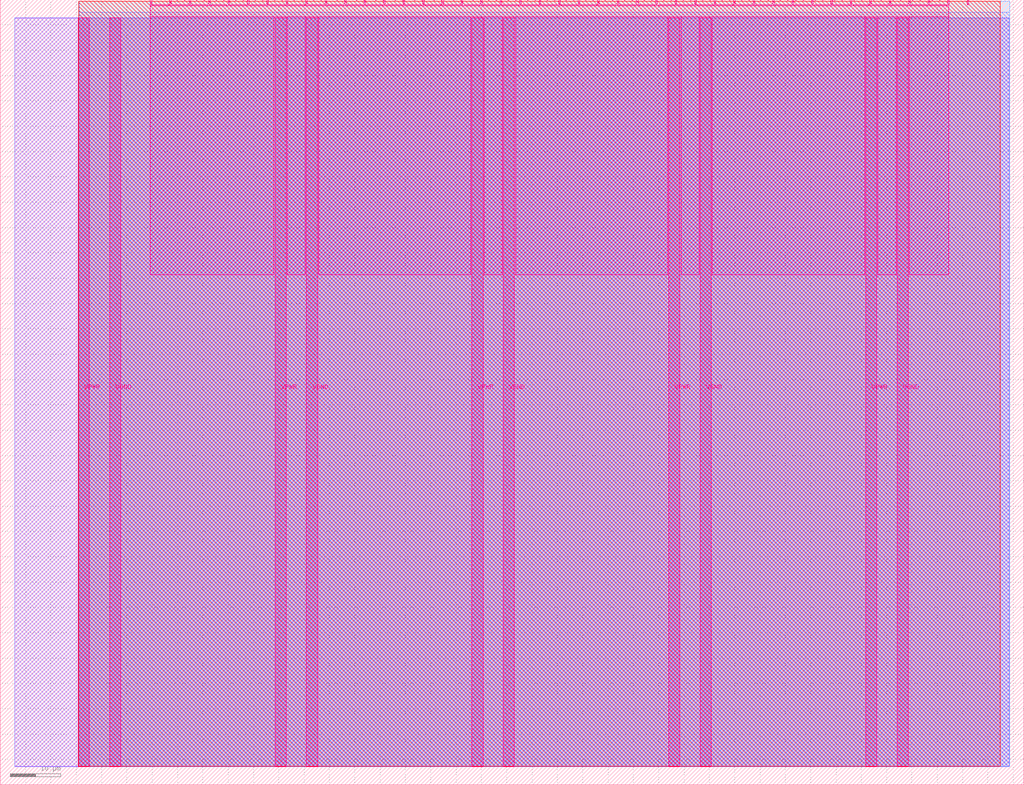
<source format=lef>
VERSION 5.7 ;
  NOWIREEXTENSIONATPIN ON ;
  DIVIDERCHAR "/" ;
  BUSBITCHARS "[]" ;
MACRO tt_um_wokwi_412635532198550529
  CLASS BLOCK ;
  FOREIGN tt_um_wokwi_412635532198550529 ;
  ORIGIN 0.000 0.000 ;
  SIZE 202.080 BY 154.980 ;
  PIN VGND
    DIRECTION INOUT ;
    USE GROUND ;
    PORT
      LAYER Metal5 ;
        RECT 21.580 3.560 23.780 151.420 ;
    END
    PORT
      LAYER Metal5 ;
        RECT 60.450 3.560 62.650 151.420 ;
    END
    PORT
      LAYER Metal5 ;
        RECT 99.320 3.560 101.520 151.420 ;
    END
    PORT
      LAYER Metal5 ;
        RECT 138.190 3.560 140.390 151.420 ;
    END
    PORT
      LAYER Metal5 ;
        RECT 177.060 3.560 179.260 151.420 ;
    END
  END VGND
  PIN VPWR
    DIRECTION INOUT ;
    USE POWER ;
    PORT
      LAYER Metal5 ;
        RECT 15.380 3.560 17.580 151.420 ;
    END
    PORT
      LAYER Metal5 ;
        RECT 54.250 3.560 56.450 151.420 ;
    END
    PORT
      LAYER Metal5 ;
        RECT 93.120 3.560 95.320 151.420 ;
    END
    PORT
      LAYER Metal5 ;
        RECT 131.990 3.560 134.190 151.420 ;
    END
    PORT
      LAYER Metal5 ;
        RECT 170.860 3.560 173.060 151.420 ;
    END
  END VPWR
  PIN clk
    DIRECTION INPUT ;
    USE SIGNAL ;
    ANTENNAGATEAREA 0.213200 ;
    PORT
      LAYER Metal5 ;
        RECT 187.050 153.980 187.350 154.980 ;
    END
  END clk
  PIN ena
    DIRECTION INPUT ;
    USE SIGNAL ;
    PORT
      LAYER Metal5 ;
        RECT 190.890 153.980 191.190 154.980 ;
    END
  END ena
  PIN rst_n
    DIRECTION INPUT ;
    USE SIGNAL ;
    ANTENNAGATEAREA 0.213200 ;
    PORT
      LAYER Metal5 ;
        RECT 183.210 153.980 183.510 154.980 ;
    END
  END rst_n
  PIN ui_in[0]
    DIRECTION INPUT ;
    USE SIGNAL ;
    ANTENNAGATEAREA 0.180700 ;
    PORT
      LAYER Metal5 ;
        RECT 179.370 153.980 179.670 154.980 ;
    END
  END ui_in[0]
  PIN ui_in[1]
    DIRECTION INPUT ;
    USE SIGNAL ;
    ANTENNAGATEAREA 0.180700 ;
    PORT
      LAYER Metal5 ;
        RECT 175.530 153.980 175.830 154.980 ;
    END
  END ui_in[1]
  PIN ui_in[2]
    DIRECTION INPUT ;
    USE SIGNAL ;
    ANTENNAGATEAREA 0.180700 ;
    PORT
      LAYER Metal5 ;
        RECT 171.690 153.980 171.990 154.980 ;
    END
  END ui_in[2]
  PIN ui_in[3]
    DIRECTION INPUT ;
    USE SIGNAL ;
    ANTENNAGATEAREA 0.180700 ;
    PORT
      LAYER Metal5 ;
        RECT 167.850 153.980 168.150 154.980 ;
    END
  END ui_in[3]
  PIN ui_in[4]
    DIRECTION INPUT ;
    USE SIGNAL ;
    ANTENNAGATEAREA 0.180700 ;
    PORT
      LAYER Metal5 ;
        RECT 164.010 153.980 164.310 154.980 ;
    END
  END ui_in[4]
  PIN ui_in[5]
    DIRECTION INPUT ;
    USE SIGNAL ;
    ANTENNAGATEAREA 0.180700 ;
    PORT
      LAYER Metal5 ;
        RECT 160.170 153.980 160.470 154.980 ;
    END
  END ui_in[5]
  PIN ui_in[6]
    DIRECTION INPUT ;
    USE SIGNAL ;
    ANTENNAGATEAREA 0.180700 ;
    PORT
      LAYER Metal5 ;
        RECT 156.330 153.980 156.630 154.980 ;
    END
  END ui_in[6]
  PIN ui_in[7]
    DIRECTION INPUT ;
    USE SIGNAL ;
    ANTENNAGATEAREA 0.180700 ;
    PORT
      LAYER Metal5 ;
        RECT 152.490 153.980 152.790 154.980 ;
    END
  END ui_in[7]
  PIN uio_in[0]
    DIRECTION INPUT ;
    USE SIGNAL ;
    ANTENNAGATEAREA 0.426400 ;
    PORT
      LAYER Metal5 ;
        RECT 148.650 153.980 148.950 154.980 ;
    END
  END uio_in[0]
  PIN uio_in[1]
    DIRECTION INPUT ;
    USE SIGNAL ;
    ANTENNAGATEAREA 0.180700 ;
    PORT
      LAYER Metal5 ;
        RECT 144.810 153.980 145.110 154.980 ;
    END
  END uio_in[1]
  PIN uio_in[2]
    DIRECTION INPUT ;
    USE SIGNAL ;
    ANTENNAGATEAREA 0.213200 ;
    PORT
      LAYER Metal5 ;
        RECT 140.970 153.980 141.270 154.980 ;
    END
  END uio_in[2]
  PIN uio_in[3]
    DIRECTION INPUT ;
    USE SIGNAL ;
    ANTENNAGATEAREA 0.180700 ;
    PORT
      LAYER Metal5 ;
        RECT 137.130 153.980 137.430 154.980 ;
    END
  END uio_in[3]
  PIN uio_in[4]
    DIRECTION INPUT ;
    USE SIGNAL ;
    ANTENNAGATEAREA 0.180700 ;
    PORT
      LAYER Metal5 ;
        RECT 133.290 153.980 133.590 154.980 ;
    END
  END uio_in[4]
  PIN uio_in[5]
    DIRECTION INPUT ;
    USE SIGNAL ;
    ANTENNAGATEAREA 0.180700 ;
    PORT
      LAYER Metal5 ;
        RECT 129.450 153.980 129.750 154.980 ;
    END
  END uio_in[5]
  PIN uio_in[6]
    DIRECTION INPUT ;
    USE SIGNAL ;
    PORT
      LAYER Metal5 ;
        RECT 125.610 153.980 125.910 154.980 ;
    END
  END uio_in[6]
  PIN uio_in[7]
    DIRECTION INPUT ;
    USE SIGNAL ;
    PORT
      LAYER Metal5 ;
        RECT 121.770 153.980 122.070 154.980 ;
    END
  END uio_in[7]
  PIN uio_oe[0]
    DIRECTION OUTPUT ;
    USE SIGNAL ;
    ANTENNADIFFAREA 0.299200 ;
    PORT
      LAYER Metal5 ;
        RECT 56.490 153.980 56.790 154.980 ;
    END
  END uio_oe[0]
  PIN uio_oe[1]
    DIRECTION OUTPUT ;
    USE SIGNAL ;
    ANTENNADIFFAREA 0.299200 ;
    PORT
      LAYER Metal5 ;
        RECT 52.650 153.980 52.950 154.980 ;
    END
  END uio_oe[1]
  PIN uio_oe[2]
    DIRECTION OUTPUT ;
    USE SIGNAL ;
    ANTENNADIFFAREA 0.299200 ;
    PORT
      LAYER Metal5 ;
        RECT 48.810 153.980 49.110 154.980 ;
    END
  END uio_oe[2]
  PIN uio_oe[3]
    DIRECTION OUTPUT ;
    USE SIGNAL ;
    ANTENNADIFFAREA 0.299200 ;
    PORT
      LAYER Metal5 ;
        RECT 44.970 153.980 45.270 154.980 ;
    END
  END uio_oe[3]
  PIN uio_oe[4]
    DIRECTION OUTPUT ;
    USE SIGNAL ;
    ANTENNADIFFAREA 0.299200 ;
    PORT
      LAYER Metal5 ;
        RECT 41.130 153.980 41.430 154.980 ;
    END
  END uio_oe[4]
  PIN uio_oe[5]
    DIRECTION OUTPUT ;
    USE SIGNAL ;
    ANTENNADIFFAREA 0.299200 ;
    PORT
      LAYER Metal5 ;
        RECT 37.290 153.980 37.590 154.980 ;
    END
  END uio_oe[5]
  PIN uio_oe[6]
    DIRECTION OUTPUT ;
    USE SIGNAL ;
    ANTENNADIFFAREA 0.392700 ;
    PORT
      LAYER Metal5 ;
        RECT 33.450 153.980 33.750 154.980 ;
    END
  END uio_oe[6]
  PIN uio_oe[7]
    DIRECTION OUTPUT ;
    USE SIGNAL ;
    ANTENNADIFFAREA 0.392700 ;
    PORT
      LAYER Metal5 ;
        RECT 29.610 153.980 29.910 154.980 ;
    END
  END uio_oe[7]
  PIN uio_out[0]
    DIRECTION OUTPUT ;
    USE SIGNAL ;
    ANTENNADIFFAREA 0.299200 ;
    PORT
      LAYER Metal5 ;
        RECT 87.210 153.980 87.510 154.980 ;
    END
  END uio_out[0]
  PIN uio_out[1]
    DIRECTION OUTPUT ;
    USE SIGNAL ;
    ANTENNADIFFAREA 0.299200 ;
    PORT
      LAYER Metal5 ;
        RECT 83.370 153.980 83.670 154.980 ;
    END
  END uio_out[1]
  PIN uio_out[2]
    DIRECTION OUTPUT ;
    USE SIGNAL ;
    ANTENNADIFFAREA 0.299200 ;
    PORT
      LAYER Metal5 ;
        RECT 79.530 153.980 79.830 154.980 ;
    END
  END uio_out[2]
  PIN uio_out[3]
    DIRECTION OUTPUT ;
    USE SIGNAL ;
    ANTENNADIFFAREA 0.299200 ;
    PORT
      LAYER Metal5 ;
        RECT 75.690 153.980 75.990 154.980 ;
    END
  END uio_out[3]
  PIN uio_out[4]
    DIRECTION OUTPUT ;
    USE SIGNAL ;
    ANTENNADIFFAREA 0.299200 ;
    PORT
      LAYER Metal5 ;
        RECT 71.850 153.980 72.150 154.980 ;
    END
  END uio_out[4]
  PIN uio_out[5]
    DIRECTION OUTPUT ;
    USE SIGNAL ;
    ANTENNADIFFAREA 0.299200 ;
    PORT
      LAYER Metal5 ;
        RECT 68.010 153.980 68.310 154.980 ;
    END
  END uio_out[5]
  PIN uio_out[6]
    DIRECTION OUTPUT ;
    USE SIGNAL ;
    ANTENNADIFFAREA 0.706800 ;
    PORT
      LAYER Metal5 ;
        RECT 64.170 153.980 64.470 154.980 ;
    END
  END uio_out[6]
  PIN uio_out[7]
    DIRECTION OUTPUT ;
    USE SIGNAL ;
    ANTENNADIFFAREA 0.654800 ;
    PORT
      LAYER Metal5 ;
        RECT 60.330 153.980 60.630 154.980 ;
    END
  END uio_out[7]
  PIN uo_out[0]
    DIRECTION OUTPUT ;
    USE SIGNAL ;
    ANTENNADIFFAREA 0.654800 ;
    PORT
      LAYER Metal5 ;
        RECT 117.930 153.980 118.230 154.980 ;
    END
  END uo_out[0]
  PIN uo_out[1]
    DIRECTION OUTPUT ;
    USE SIGNAL ;
    ANTENNADIFFAREA 0.654800 ;
    PORT
      LAYER Metal5 ;
        RECT 114.090 153.980 114.390 154.980 ;
    END
  END uo_out[1]
  PIN uo_out[2]
    DIRECTION OUTPUT ;
    USE SIGNAL ;
    ANTENNADIFFAREA 0.654800 ;
    PORT
      LAYER Metal5 ;
        RECT 110.250 153.980 110.550 154.980 ;
    END
  END uo_out[2]
  PIN uo_out[3]
    DIRECTION OUTPUT ;
    USE SIGNAL ;
    ANTENNADIFFAREA 0.654800 ;
    PORT
      LAYER Metal5 ;
        RECT 106.410 153.980 106.710 154.980 ;
    END
  END uo_out[3]
  PIN uo_out[4]
    DIRECTION OUTPUT ;
    USE SIGNAL ;
    ANTENNADIFFAREA 0.654800 ;
    PORT
      LAYER Metal5 ;
        RECT 102.570 153.980 102.870 154.980 ;
    END
  END uo_out[4]
  PIN uo_out[5]
    DIRECTION OUTPUT ;
    USE SIGNAL ;
    ANTENNADIFFAREA 0.654800 ;
    PORT
      LAYER Metal5 ;
        RECT 98.730 153.980 99.030 154.980 ;
    END
  END uo_out[5]
  PIN uo_out[6]
    DIRECTION OUTPUT ;
    USE SIGNAL ;
    ANTENNADIFFAREA 0.654800 ;
    PORT
      LAYER Metal5 ;
        RECT 94.890 153.980 95.190 154.980 ;
    END
  END uo_out[6]
  PIN uo_out[7]
    DIRECTION OUTPUT ;
    USE SIGNAL ;
    ANTENNADIFFAREA 0.654800 ;
    PORT
      LAYER Metal5 ;
        RECT 91.050 153.980 91.350 154.980 ;
    END
  END uo_out[7]
  OBS
      LAYER GatPoly ;
        RECT 2.880 3.630 199.200 151.350 ;
      LAYER Metal1 ;
        RECT 2.880 3.560 199.200 151.420 ;
      LAYER Metal2 ;
        RECT 15.515 3.680 199.345 152.560 ;
      LAYER Metal3 ;
        RECT 15.560 3.635 199.300 154.705 ;
      LAYER Metal4 ;
        RECT 15.515 3.680 197.425 154.660 ;
      LAYER Metal5 ;
        RECT 30.120 153.770 33.240 153.980 ;
        RECT 33.960 153.770 37.080 153.980 ;
        RECT 37.800 153.770 40.920 153.980 ;
        RECT 41.640 153.770 44.760 153.980 ;
        RECT 45.480 153.770 48.600 153.980 ;
        RECT 49.320 153.770 52.440 153.980 ;
        RECT 53.160 153.770 56.280 153.980 ;
        RECT 57.000 153.770 60.120 153.980 ;
        RECT 60.840 153.770 63.960 153.980 ;
        RECT 64.680 153.770 67.800 153.980 ;
        RECT 68.520 153.770 71.640 153.980 ;
        RECT 72.360 153.770 75.480 153.980 ;
        RECT 76.200 153.770 79.320 153.980 ;
        RECT 80.040 153.770 83.160 153.980 ;
        RECT 83.880 153.770 87.000 153.980 ;
        RECT 87.720 153.770 90.840 153.980 ;
        RECT 91.560 153.770 94.680 153.980 ;
        RECT 95.400 153.770 98.520 153.980 ;
        RECT 99.240 153.770 102.360 153.980 ;
        RECT 103.080 153.770 106.200 153.980 ;
        RECT 106.920 153.770 110.040 153.980 ;
        RECT 110.760 153.770 113.880 153.980 ;
        RECT 114.600 153.770 117.720 153.980 ;
        RECT 118.440 153.770 121.560 153.980 ;
        RECT 122.280 153.770 125.400 153.980 ;
        RECT 126.120 153.770 129.240 153.980 ;
        RECT 129.960 153.770 133.080 153.980 ;
        RECT 133.800 153.770 136.920 153.980 ;
        RECT 137.640 153.770 140.760 153.980 ;
        RECT 141.480 153.770 144.600 153.980 ;
        RECT 145.320 153.770 148.440 153.980 ;
        RECT 149.160 153.770 152.280 153.980 ;
        RECT 153.000 153.770 156.120 153.980 ;
        RECT 156.840 153.770 159.960 153.980 ;
        RECT 160.680 153.770 163.800 153.980 ;
        RECT 164.520 153.770 167.640 153.980 ;
        RECT 168.360 153.770 171.480 153.980 ;
        RECT 172.200 153.770 175.320 153.980 ;
        RECT 176.040 153.770 179.160 153.980 ;
        RECT 179.880 153.770 183.000 153.980 ;
        RECT 183.720 153.770 186.840 153.980 ;
        RECT 29.660 151.630 187.300 153.770 ;
        RECT 29.660 100.655 54.040 151.630 ;
        RECT 56.660 100.655 60.240 151.630 ;
        RECT 62.860 100.655 92.910 151.630 ;
        RECT 95.530 100.655 99.110 151.630 ;
        RECT 101.730 100.655 131.780 151.630 ;
        RECT 134.400 100.655 137.980 151.630 ;
        RECT 140.600 100.655 170.650 151.630 ;
        RECT 173.270 100.655 176.850 151.630 ;
        RECT 179.470 100.655 187.300 151.630 ;
  END
END tt_um_wokwi_412635532198550529
END LIBRARY


</source>
